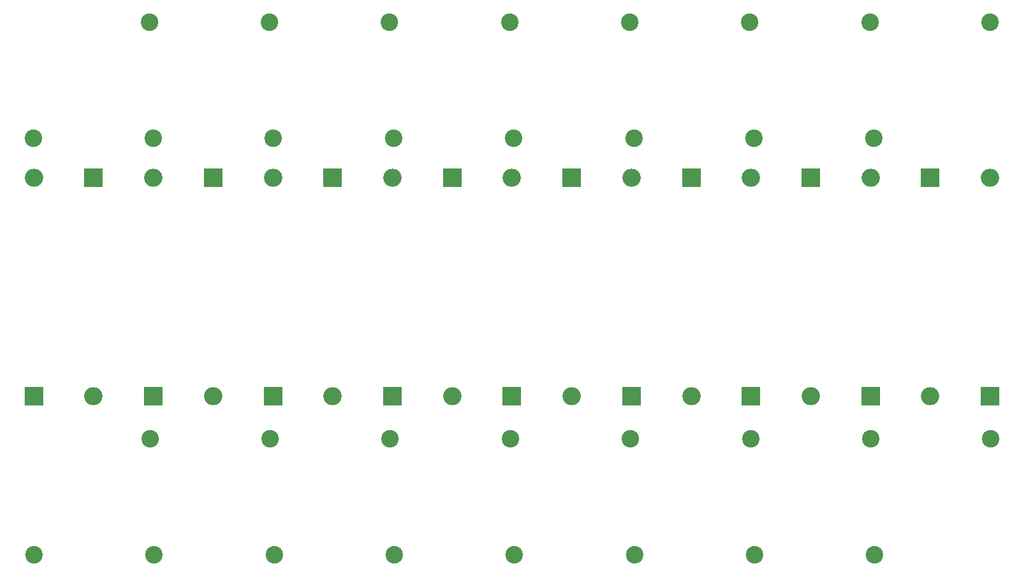
<source format=gbr>
%TF.GenerationSoftware,KiCad,Pcbnew,8.0.3*%
%TF.CreationDate,2025-04-22T09:56:44+02:00*%
%TF.ProjectId,cascade,63617363-6164-4652-9e6b-696361645f70,rev?*%
%TF.SameCoordinates,Original*%
%TF.FileFunction,Copper,L1,Top*%
%TF.FilePolarity,Positive*%
%FSLAX46Y46*%
G04 Gerber Fmt 4.6, Leading zero omitted, Abs format (unit mm)*
G04 Created by KiCad (PCBNEW 8.0.3) date 2025-04-22 09:56:44*
%MOMM*%
%LPD*%
G01*
G04 APERTURE LIST*
%TA.AperFunction,ComponentPad*%
%ADD10R,2.500000X2.500000*%
%TD*%
%TA.AperFunction,ComponentPad*%
%ADD11O,2.500000X2.500000*%
%TD*%
%TA.AperFunction,ComponentPad*%
%ADD12C,2.400000*%
%TD*%
G04 APERTURE END LIST*
D10*
%TO.P,D16,1,K*%
%TO.N,Net-(D15-A)*%
X177222208Y-64899998D03*
D11*
%TO.P,D16,2,A*%
%TO.N,/HV*%
X177222208Y-94899997D03*
%TD*%
D12*
%TO.P,C7,1*%
%TO.N,Net-(D6-A)*%
X103771426Y-116600000D03*
%TO.P,C7,2*%
%TO.N,Net-(D8-A)*%
X119681329Y-100690097D03*
%TD*%
%TO.P,C10,1*%
%TO.N,Net-(D10-K)*%
X120128568Y-59500000D03*
%TO.P,C10,2*%
%TO.N,Net-(D11-A)*%
X136038471Y-43590097D03*
%TD*%
D10*
%TO.P,D12,1,K*%
%TO.N,Net-(D11-A)*%
X144466656Y-64899998D03*
D11*
%TO.P,D12,2,A*%
%TO.N,Net-(D12-A)*%
X144466656Y-94899997D03*
%TD*%
D12*
%TO.P,C4,1*%
%TO.N,Net-(D3-A)*%
X70757142Y-59500000D03*
%TO.P,C4,2*%
%TO.N,Net-(D5-A)*%
X86667045Y-43590097D03*
%TD*%
%TO.P,C9,1*%
%TO.N,Net-(D8-A)*%
X120228568Y-116600000D03*
%TO.P,C9,2*%
%TO.N,Net-(D10-A)*%
X136138471Y-100690097D03*
%TD*%
%TO.P,C3,1*%
%TO.N,Net-(D2-A)*%
X70857142Y-116600000D03*
%TO.P,C3,2*%
%TO.N,Net-(D4-A)*%
X86767045Y-100690097D03*
%TD*%
%TO.P,C6,1*%
%TO.N,Net-(D5-A)*%
X87214284Y-59500000D03*
%TO.P,C6,2*%
%TO.N,Net-(D7-A)*%
X103124187Y-43590097D03*
%TD*%
D10*
%TO.P,D1,1,K*%
%TO.N,GND*%
X54388888Y-94899999D03*
D11*
%TO.P,D1,2,A*%
%TO.N,/Vin+*%
X54388888Y-64900000D03*
%TD*%
D10*
%TO.P,D13,1,K*%
%TO.N,Net-(D12-A)*%
X152655544Y-94899999D03*
D11*
%TO.P,D13,2,A*%
%TO.N,Net-(D13-A)*%
X152655544Y-64900000D03*
%TD*%
D10*
%TO.P,D15,1,K*%
%TO.N,Net-(D14-A)*%
X169033320Y-94899999D03*
D11*
%TO.P,D15,2,A*%
%TO.N,Net-(D15-A)*%
X169033320Y-64900000D03*
%TD*%
D12*
%TO.P,C5,1*%
%TO.N,Net-(D4-A)*%
X87314284Y-116600000D03*
%TO.P,C5,2*%
%TO.N,Net-(D6-A)*%
X103224187Y-100690097D03*
%TD*%
%TO.P,C2,1*%
%TO.N,/Vin+*%
X54300000Y-59500000D03*
%TO.P,C2,2*%
%TO.N,Net-(D3-A)*%
X70209903Y-43590097D03*
%TD*%
D10*
%TO.P,D4,1,K*%
%TO.N,Net-(D3-A)*%
X78955552Y-64899998D03*
D11*
%TO.P,D4,2,A*%
%TO.N,Net-(D4-A)*%
X78955552Y-94899997D03*
%TD*%
D12*
%TO.P,C1,1*%
%TO.N,GND*%
X54400000Y-116600000D03*
%TO.P,C1,2*%
%TO.N,Net-(D2-A)*%
X70309903Y-100690097D03*
%TD*%
%TO.P,C13,1*%
%TO.N,Net-(D12-A)*%
X153142852Y-116600000D03*
%TO.P,C13,2*%
%TO.N,Net-(D14-A)*%
X169052755Y-100690097D03*
%TD*%
D10*
%TO.P,D5,1,K*%
%TO.N,Net-(D4-A)*%
X87144440Y-94899999D03*
D11*
%TO.P,D5,2,A*%
%TO.N,Net-(D5-A)*%
X87144440Y-64900000D03*
%TD*%
D10*
%TO.P,D3,1,K*%
%TO.N,Net-(D2-A)*%
X70766664Y-94899999D03*
D11*
%TO.P,D3,2,A*%
%TO.N,Net-(D3-A)*%
X70766664Y-64900000D03*
%TD*%
D12*
%TO.P,C12,1*%
%TO.N,Net-(D11-A)*%
X136585710Y-59500000D03*
%TO.P,C12,2*%
%TO.N,Net-(D13-A)*%
X152495613Y-43590097D03*
%TD*%
%TO.P,C8,1*%
%TO.N,Net-(D7-A)*%
X103671426Y-59500000D03*
%TO.P,C8,2*%
%TO.N,Net-(D10-K)*%
X119581329Y-43590097D03*
%TD*%
D10*
%TO.P,D14,1,K*%
%TO.N,Net-(D13-A)*%
X160844432Y-64899998D03*
D11*
%TO.P,D14,2,A*%
%TO.N,Net-(D14-A)*%
X160844432Y-94899997D03*
%TD*%
D12*
%TO.P,C15,1*%
%TO.N,Net-(D14-A)*%
X169599994Y-116600000D03*
%TO.P,C15,2*%
%TO.N,/HV*%
X185509897Y-100690097D03*
%TD*%
D10*
%TO.P,D8,1,K*%
%TO.N,Net-(D7-A)*%
X111711104Y-64899998D03*
D11*
%TO.P,D8,2,A*%
%TO.N,Net-(D8-A)*%
X111711104Y-94899997D03*
%TD*%
D10*
%TO.P,D7,1,K*%
%TO.N,Net-(D6-A)*%
X103522216Y-94899999D03*
D11*
%TO.P,D7,2,A*%
%TO.N,Net-(D7-A)*%
X103522216Y-64900000D03*
%TD*%
D12*
%TO.P,C11,1*%
%TO.N,Net-(D10-A)*%
X136685710Y-116600000D03*
%TO.P,C11,2*%
%TO.N,Net-(D12-A)*%
X152595613Y-100690097D03*
%TD*%
D10*
%TO.P,D9,1,K*%
%TO.N,Net-(D8-A)*%
X119899992Y-94899999D03*
D11*
%TO.P,D9,2,A*%
%TO.N,Net-(D10-K)*%
X119899992Y-64900000D03*
%TD*%
D10*
%TO.P,D2,1,K*%
%TO.N,/Vin+*%
X62577776Y-64899998D03*
D11*
%TO.P,D2,2,A*%
%TO.N,Net-(D2-A)*%
X62577776Y-94899997D03*
%TD*%
D12*
%TO.P,C14,1*%
%TO.N,Net-(D13-A)*%
X153042852Y-59500000D03*
%TO.P,C14,2*%
%TO.N,Net-(D15-A)*%
X168952755Y-43590097D03*
%TD*%
D10*
%TO.P,D6,1,K*%
%TO.N,Net-(D5-A)*%
X95333328Y-64899998D03*
D11*
%TO.P,D6,1.5,A*%
%TO.N,Net-(D6-A)*%
X95333328Y-94899997D03*
%TD*%
D10*
%TO.P,D11,1,K*%
%TO.N,Net-(D10-A)*%
X136277768Y-94899999D03*
D11*
%TO.P,D11,2,A*%
%TO.N,Net-(D11-A)*%
X136277768Y-64900000D03*
%TD*%
D10*
%TO.P,D10,1,K*%
%TO.N,Net-(D10-K)*%
X128088880Y-64899998D03*
D11*
%TO.P,D10,2,A*%
%TO.N,Net-(D10-A)*%
X128088880Y-94899997D03*
%TD*%
D12*
%TO.P,C16,1*%
%TO.N,Net-(D15-A)*%
X169499994Y-59500000D03*
%TO.P,C16,2*%
%TO.N,/Dummy*%
X185409897Y-43590097D03*
%TD*%
D10*
%TO.P,D17,1,K*%
%TO.N,/HV*%
X185411096Y-94899999D03*
D11*
%TO.P,D17,2,A*%
%TO.N,/Dummy*%
X185411096Y-64900000D03*
%TD*%
M02*

</source>
